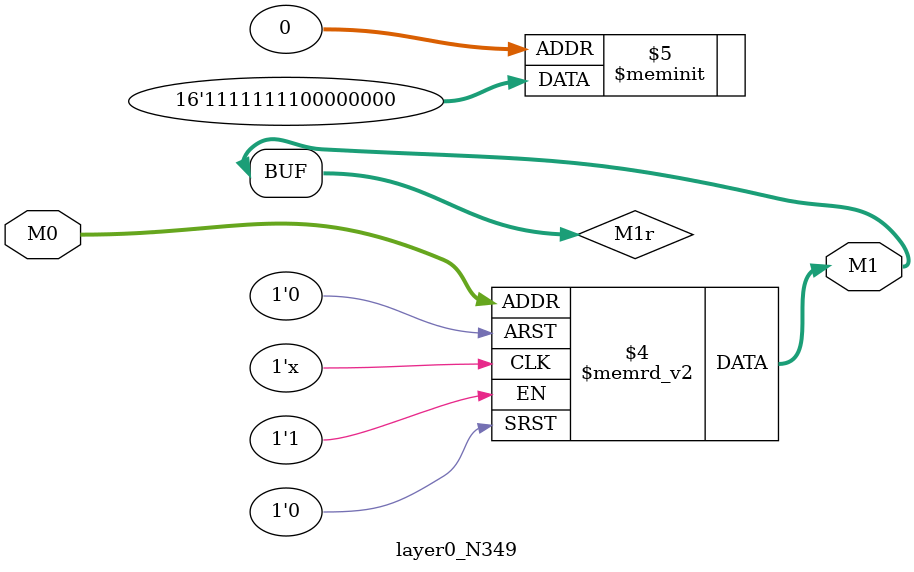
<source format=v>
module layer0_N349 ( input [2:0] M0, output [1:0] M1 );

	(*rom_style = "distributed" *) reg [1:0] M1r;
	assign M1 = M1r;
	always @ (M0) begin
		case (M0)
			3'b000: M1r = 2'b00;
			3'b100: M1r = 2'b11;
			3'b010: M1r = 2'b00;
			3'b110: M1r = 2'b11;
			3'b001: M1r = 2'b00;
			3'b101: M1r = 2'b11;
			3'b011: M1r = 2'b00;
			3'b111: M1r = 2'b11;

		endcase
	end
endmodule

</source>
